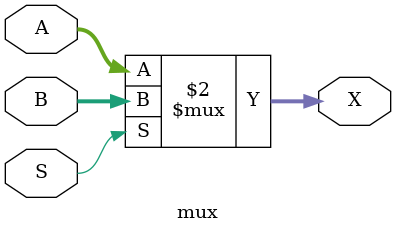
<source format=v>
module mux(A,B,S,X);
 
	input [31:0] A, B;
	input S;
	output [31:0] X;
	 
	assign X = (!S) ? A : B;

endmodule

</source>
